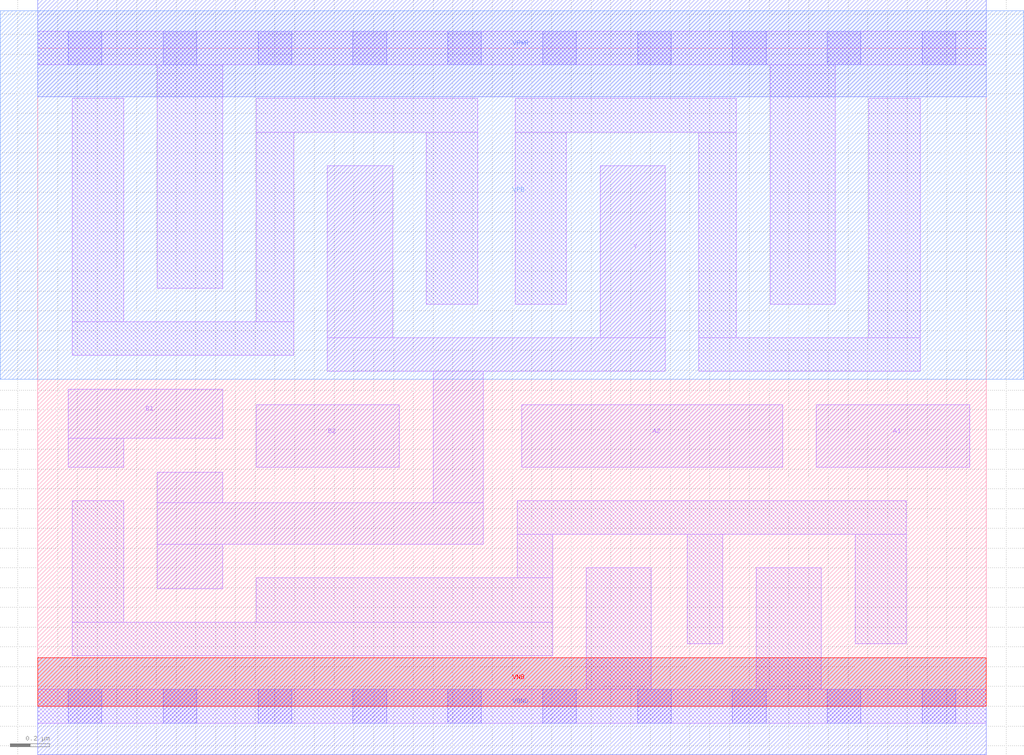
<source format=lef>
# Copyright 2020 The SkyWater PDK Authors
#
# Licensed under the Apache License, Version 2.0 (the "License");
# you may not use this file except in compliance with the License.
# You may obtain a copy of the License at
#
#     https://www.apache.org/licenses/LICENSE-2.0
#
# Unless required by applicable law or agreed to in writing, software
# distributed under the License is distributed on an "AS IS" BASIS,
# WITHOUT WARRANTIES OR CONDITIONS OF ANY KIND, either express or implied.
# See the License for the specific language governing permissions and
# limitations under the License.
#
# SPDX-License-Identifier: Apache-2.0

VERSION 5.7 ;
  NOWIREEXTENSIONATPIN ON ;
  DIVIDERCHAR "/" ;
  BUSBITCHARS "[]" ;
MACRO sky130_fd_sc_lp__o22ai_2
  CLASS CORE ;
  FOREIGN sky130_fd_sc_lp__o22ai_2 ;
  ORIGIN  0.000000  0.000000 ;
  SIZE  4.800000 BY  3.330000 ;
  SYMMETRY X Y R90 ;
  SITE unit ;
  PIN A1
    ANTENNAGATEAREA  0.630000 ;
    DIRECTION INPUT ;
    USE SIGNAL ;
    PORT
      LAYER li1 ;
        RECT 3.940000 1.210000 4.715000 1.525000 ;
    END
  END A1
  PIN A2
    ANTENNAGATEAREA  0.630000 ;
    DIRECTION INPUT ;
    USE SIGNAL ;
    PORT
      LAYER li1 ;
        RECT 2.450000 1.210000 3.770000 1.525000 ;
    END
  END A2
  PIN B1
    ANTENNAGATEAREA  0.630000 ;
    DIRECTION INPUT ;
    USE SIGNAL ;
    PORT
      LAYER li1 ;
        RECT 0.155000 1.210000 0.435000 1.355000 ;
        RECT 0.155000 1.355000 0.935000 1.605000 ;
    END
  END B1
  PIN B2
    ANTENNAGATEAREA  0.630000 ;
    DIRECTION INPUT ;
    USE SIGNAL ;
    PORT
      LAYER li1 ;
        RECT 1.105000 1.210000 1.830000 1.525000 ;
    END
  END B2
  PIN Y
    ANTENNADIFFAREA  1.176000 ;
    DIRECTION OUTPUT ;
    USE SIGNAL ;
    PORT
      LAYER li1 ;
        RECT 0.605000 0.595000 0.935000 0.820000 ;
        RECT 0.605000 0.820000 2.255000 1.030000 ;
        RECT 0.605000 1.030000 0.935000 1.185000 ;
        RECT 1.465000 1.695000 3.175000 1.865000 ;
        RECT 1.465000 1.865000 1.795000 2.735000 ;
        RECT 2.000000 1.030000 2.255000 1.695000 ;
        RECT 2.845000 1.865000 3.175000 2.735000 ;
    END
  END Y
  PIN VGND
    DIRECTION INOUT ;
    USE GROUND ;
    PORT
      LAYER met1 ;
        RECT 0.000000 -0.245000 4.800000 0.245000 ;
    END
  END VGND
  PIN VNB
    DIRECTION INOUT ;
    USE GROUND ;
    PORT
      LAYER pwell ;
        RECT 0.000000 0.000000 4.800000 0.245000 ;
    END
  END VNB
  PIN VPB
    DIRECTION INOUT ;
    USE POWER ;
    PORT
      LAYER nwell ;
        RECT -0.190000 1.655000 4.990000 3.520000 ;
    END
  END VPB
  PIN VPWR
    DIRECTION INOUT ;
    USE POWER ;
    PORT
      LAYER met1 ;
        RECT 0.000000 3.085000 4.800000 3.575000 ;
    END
  END VPWR
  OBS
    LAYER li1 ;
      RECT 0.000000 -0.085000 4.800000 0.085000 ;
      RECT 0.000000  3.245000 4.800000 3.415000 ;
      RECT 0.175000  0.255000 2.605000 0.425000 ;
      RECT 0.175000  0.425000 0.435000 1.040000 ;
      RECT 0.175000  1.775000 1.295000 1.945000 ;
      RECT 0.175000  1.945000 0.435000 3.075000 ;
      RECT 0.605000  2.115000 0.935000 3.245000 ;
      RECT 1.105000  0.425000 2.605000 0.650000 ;
      RECT 1.105000  1.945000 1.295000 2.905000 ;
      RECT 1.105000  2.905000 2.225000 3.075000 ;
      RECT 1.965000  2.035000 2.225000 2.905000 ;
      RECT 2.415000  2.035000 2.675000 2.905000 ;
      RECT 2.415000  2.905000 3.535000 3.075000 ;
      RECT 2.425000  0.650000 2.605000 0.870000 ;
      RECT 2.425000  0.870000 4.395000 1.040000 ;
      RECT 2.775000  0.085000 3.105000 0.700000 ;
      RECT 3.285000  0.315000 3.465000 0.870000 ;
      RECT 3.345000  1.695000 4.465000 1.865000 ;
      RECT 3.345000  1.865000 3.535000 2.905000 ;
      RECT 3.635000  0.085000 3.965000 0.700000 ;
      RECT 3.705000  2.035000 4.035000 3.245000 ;
      RECT 4.135000  0.315000 4.395000 0.870000 ;
      RECT 4.205000  1.865000 4.465000 3.075000 ;
    LAYER mcon ;
      RECT 0.155000 -0.085000 0.325000 0.085000 ;
      RECT 0.155000  3.245000 0.325000 3.415000 ;
      RECT 0.635000 -0.085000 0.805000 0.085000 ;
      RECT 0.635000  3.245000 0.805000 3.415000 ;
      RECT 1.115000 -0.085000 1.285000 0.085000 ;
      RECT 1.115000  3.245000 1.285000 3.415000 ;
      RECT 1.595000 -0.085000 1.765000 0.085000 ;
      RECT 1.595000  3.245000 1.765000 3.415000 ;
      RECT 2.075000 -0.085000 2.245000 0.085000 ;
      RECT 2.075000  3.245000 2.245000 3.415000 ;
      RECT 2.555000 -0.085000 2.725000 0.085000 ;
      RECT 2.555000  3.245000 2.725000 3.415000 ;
      RECT 3.035000 -0.085000 3.205000 0.085000 ;
      RECT 3.035000  3.245000 3.205000 3.415000 ;
      RECT 3.515000 -0.085000 3.685000 0.085000 ;
      RECT 3.515000  3.245000 3.685000 3.415000 ;
      RECT 3.995000 -0.085000 4.165000 0.085000 ;
      RECT 3.995000  3.245000 4.165000 3.415000 ;
      RECT 4.475000 -0.085000 4.645000 0.085000 ;
      RECT 4.475000  3.245000 4.645000 3.415000 ;
  END
END sky130_fd_sc_lp__o22ai_2
END LIBRARY

</source>
